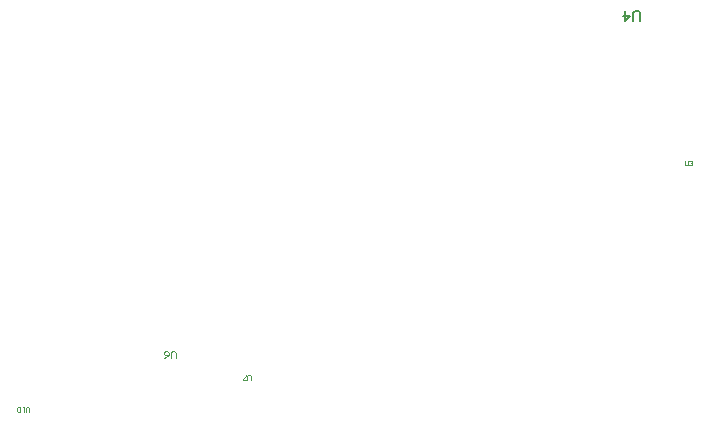
<source format=gbr>
%TF.GenerationSoftware,Altium Limited,Altium Designer,20.0.11 (256)*%
G04 Layer_Color=16711935*
%FSLAX26Y26*%
%MOIN*%
%TF.FileFunction,Other,Mechanical_1*%
%TF.Part,Single*%
G01*
G75*
%TA.AperFunction,NonConductor*%
%ADD111C,0.003937*%
%ADD161C,0.005906*%
%ADD163C,0.002362*%
D111*
X1168465Y771386D02*
Y791064D01*
X1164529Y795000D01*
X1156657D01*
X1152722Y791064D01*
Y771386D01*
X1129107D02*
X1136979Y775321D01*
X1144850Y783193D01*
Y791064D01*
X1140915Y795000D01*
X1133043D01*
X1129107Y791064D01*
Y787129D01*
X1133043Y783193D01*
X1144850D01*
D161*
X2718000Y1894578D02*
Y1924096D01*
X2712096Y1930000D01*
X2700289D01*
X2694386Y1924096D01*
Y1894578D01*
X2664868Y1930000D02*
Y1894578D01*
X2682578Y1912289D01*
X2658964D01*
D163*
X680000Y594257D02*
Y607376D01*
X677376Y610000D01*
X672129D01*
X669505Y607376D01*
Y594257D01*
X664257Y610000D02*
X659010D01*
X661633D01*
Y594257D01*
X664257Y596881D01*
X651138D02*
X648514Y594257D01*
X643266D01*
X640643Y596881D01*
Y607376D01*
X643266Y610000D01*
X648514D01*
X651138Y607376D01*
Y596881D01*
X1418465Y699257D02*
Y712376D01*
X1415841Y715000D01*
X1410593D01*
X1407969Y712376D01*
Y699257D01*
X1402722D02*
X1392226D01*
Y701881D01*
X1402722Y712376D01*
Y715000D01*
X2865000Y1430743D02*
Y1417624D01*
X2867624Y1415000D01*
X2872872D01*
X2875495Y1417624D01*
Y1430743D01*
X2880743Y1428119D02*
X2883367Y1430743D01*
X2888614D01*
X2891238Y1428119D01*
Y1425495D01*
X2888614Y1422871D01*
X2885990D01*
X2888614D01*
X2891238Y1420247D01*
Y1417624D01*
X2888614Y1415000D01*
X2883367D01*
X2880743Y1417624D01*
%TF.MD5,1973a48a758a478899619824a2cffad0*%
M02*

</source>
